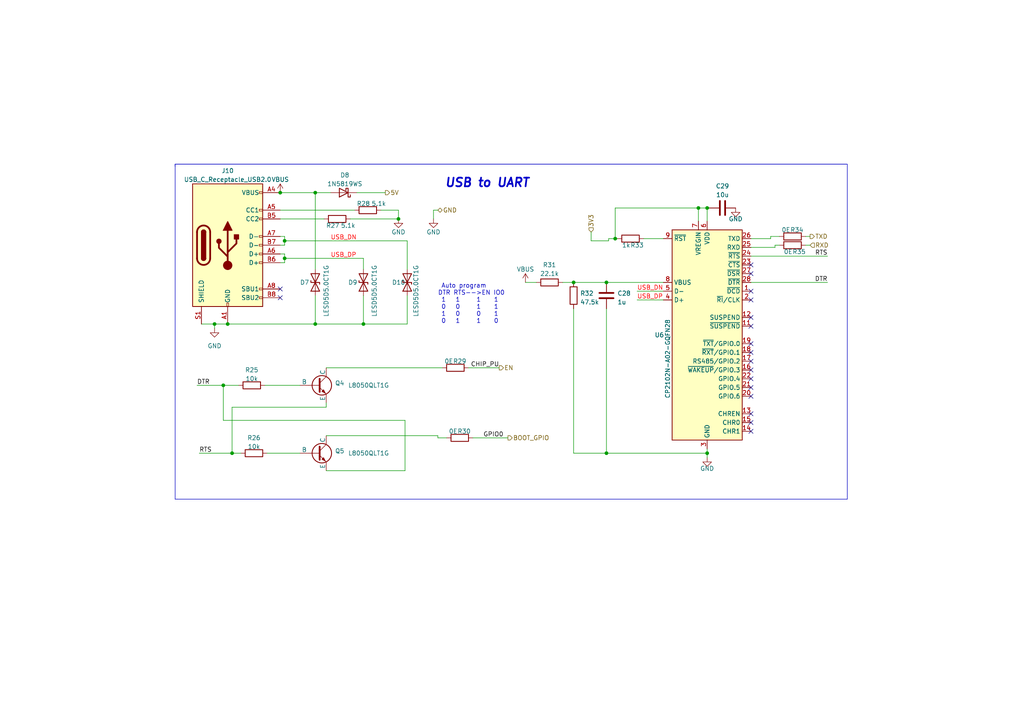
<source format=kicad_sch>
(kicad_sch (version 20250114) (generator "eeschema") (generator_version "9.0")
  (paper "A4")
  (lib_symbols
    (symbol "Connector:USB_C_Receptacle_USB2.0" (pin_names (offset 1.016))
      (property "Reference" "J" (at -10.16 19.05 0))
      (property "Value" "USB_C_Receptacle_USB2.0" (at 19.05 19.05 0))
      (symbol "USB_C_Receptacle_USB2.0_0_0"
        (rectangle (start -0.254 -17.78) (end 0.254 -16.764))
        (rectangle (start 10.16 15.494) (end 9.144 14.986))
        (rectangle (start 10.16 10.414) (end 9.144 9.906))
        (rectangle (start 10.16 7.874) (end 9.144 7.366))
        (rectangle (start 10.16 2.794) (end 9.144 2.286))
        (rectangle (start 10.16 0.254) (end 9.144 -0.254))
        (rectangle (start 10.16 -2.286) (end 9.144 -2.794))
        (rectangle (start 10.16 -4.826) (end 9.144 -5.334))
        (rectangle (start 10.16 -12.446) (end 9.144 -12.954))
        (rectangle (start 10.16 -14.986) (end 9.144 -15.494))
      )
      (symbol "USB_C_Receptacle_USB2.0_0_1"
        (rectangle (start -10.16 17.78) (end 10.16 -17.78) (stroke (width 0.254)) (fill (type background)))
        (polyline (pts (xy -8.89 -3.81) (xy -8.89 3.81)) (stroke (width 0.508)))
        (rectangle (start -7.62 -3.81) (end -6.35 3.81) (stroke (width 0.254)) (fill (type outline)))
        (arc (start -7.62 3.81) (mid -6.985 4.4423) (end -6.35 3.81) (stroke (width 0.254)))
        (arc (start -7.62 3.81) (mid -6.985 4.4423) (end -6.35 3.81) (stroke (width 0.254)) (fill (type outline)))
        (arc (start -8.89 3.81) (mid -6.985 5.7067) (end -5.08 3.81) (stroke (width 0.508)))
        (arc (start -5.08 -3.81) (mid -6.985 -5.7067) (end -8.89 -3.81) (stroke (width 0.508)))
        (arc (start -6.35 -3.81) (mid -6.985 -4.4423) (end -7.62 -3.81) (stroke (width 0.254)))
        (arc (start -6.35 -3.81) (mid -6.985 -4.4423) (end -7.62 -3.81) (stroke (width 0.254)) (fill (type outline)))
        (polyline (pts (xy -5.08 3.81) (xy -5.08 -3.81)) (stroke (width 0.508)))
        (circle (center -2.54 1.143) (radius 0.635) (stroke (width 0.254)) (fill (type outline)))
        (polyline (pts (xy -1.27 4.318) (xy 0 6.858) (xy 1.27 4.318) (xy -1.27 4.318)) (stroke (width 0.254)) (fill (type outline)))
        (polyline (pts (xy 0 -2.032) (xy 2.54 0.508) (xy 2.54 1.778)) (stroke (width 0.508)))
        (polyline (pts (xy 0 -3.302) (xy -2.54 -0.762) (xy -2.54 0.508)) (stroke (width 0.508)))
        (polyline (pts (xy 0 -5.842) (xy 0 4.318)) (stroke (width 0.508)))
        (circle (center 0 -5.842) (radius 1.27) (fill (type outline)))
        (rectangle (start 1.905 1.778) (end 3.175 3.048) (stroke (width 0.254)) (fill (type outline)))
      )
      (symbol "USB_C_Receptacle_USB2.0_1_1"
        (pin passive line (at -7.62 -22.86 90) (length 5.08) (name "SHIELD") (number "S1"))
        (pin passive line (at 0 -22.86 90) (length 5.08) (name "GND") (number "A1"))
        (pin passive line (at 0 -22.86 90) (length 5.08) (hide yes) (name "GND") (number "A12"))
        (pin passive line (at 0 -22.86 90) (length 5.08) (hide yes) (name "GND") (number "B1"))
        (pin passive line (at 0 -22.86 90) (length 5.08) (hide yes) (name "GND") (number "B12"))
        (pin passive line (at 15.24 15.24 180) (length 5.08) (name "VBUS") (number "A4"))
        (pin passive line (at 15.24 15.24 180) (length 5.08) (hide yes) (name "VBUS") (number "A9"))
        (pin passive line (at 15.24 15.24 180) (length 5.08) (hide yes) (name "VBUS") (number "B4"))
        (pin passive line (at 15.24 15.24 180) (length 5.08) (hide yes) (name "VBUS") (number "B9"))
        (pin bidirectional line (at 15.24 10.16 180) (length 5.08) (name "CC1") (number "A5"))
        (pin bidirectional line (at 15.24 7.62 180) (length 5.08) (name "CC2") (number "B5"))
        (pin bidirectional line (at 15.24 2.54 180) (length 5.08) (name "D-") (number "A7"))
        (pin bidirectional line (at 15.24 0 180) (length 5.08) (name "D-") (number "B7"))
        (pin bidirectional line (at 15.24 -2.54 180) (length 5.08) (name "D+") (number "A6"))
        (pin bidirectional line (at 15.24 -5.08 180) (length 5.08) (name "D+") (number "B6"))
        (pin bidirectional line (at 15.24 -12.7 180) (length 5.08) (name "SBU1") (number "A8"))
        (pin bidirectional line (at 15.24 -15.24 180) (length 5.08) (name "SBU2") (number "B8"))
      )
    )
    (symbol "Device:C" (pin_numbers (hide yes)) (pin_names (offset 0.254))
      (property "Reference" "C" (at 0.635 2.54 0))
      (property "Value" "C" (at 0.635 -2.54 0))
      (symbol "C_0_1"
        (polyline (pts (xy -2.032 0.762) (xy 2.032 0.762)) (stroke (width 0.508)))
        (polyline (pts (xy -2.032 -0.762) (xy 2.032 -0.762)) (stroke (width 0.508)))
      )
      (symbol "C_1_1"
        (pin passive line (at 0 3.81 270) (length 2.794) (name "~") (number "1"))
        (pin passive line (at 0 -3.81 90) (length 2.794) (name "~") (number "2"))
      )
    )
    (symbol "Device:D_Schottky" (pin_numbers (hide yes)) (pin_names (offset 1.016) (hide yes))
      (property "Reference" "D" (at 0 2.54 0))
      (property "Value" "D_Schottky" (at 0 -2.54 0))
      (symbol "D_Schottky_0_1"
        (polyline (pts (xy -1.905 0.635) (xy -1.905 1.27) (xy -1.27 1.27) (xy -1.27 -1.27) (xy -0.635 -1.27) (xy -0.635 -0.635)) (stroke (width 0.254)))
        (polyline (pts (xy 1.27 1.27) (xy 1.27 -1.27) (xy -1.27 0) (xy 1.27 1.27)) (stroke (width 0.254)))
        (polyline (pts (xy 1.27 0) (xy -1.27 0)))
      )
      (symbol "D_Schottky_1_1"
        (pin passive line (at -3.81 0 0) (length 2.54) (name "K") (number "1"))
        (pin passive line (at 3.81 0 180) (length 2.54) (name "A") (number "2"))
      )
    )
    (symbol "Device:D_TVS" (pin_numbers (hide yes)) (pin_names (offset 1.016) (hide yes))
      (property "Reference" "D" (at 0 2.54 0))
      (property "Value" "D_TVS" (at 0 -2.54 0))
      (symbol "D_TVS_0_1"
        (polyline (pts (xy -2.54 1.27) (xy -2.54 -1.27) (xy 2.54 1.27) (xy 2.54 -1.27) (xy -2.54 1.27)) (stroke (width 0.254)))
        (polyline (pts (xy 0.508 1.27) (xy 0 1.27) (xy 0 -1.27) (xy -0.508 -1.27)) (stroke (width 0.254)))
        (polyline (pts (xy 1.27 0) (xy -1.27 0)))
      )
      (symbol "D_TVS_1_1"
        (pin passive line (at -3.81 0 0) (length 2.54) (name "A1") (number "1"))
        (pin passive line (at 3.81 0 180) (length 2.54) (name "A2") (number "2"))
      )
    )
    (symbol "Device:R" (pin_numbers (hide yes)) (pin_names (offset 0))
      (property "Reference" "R" (at 2.032 0 90))
      (property "Value" "R" (at 0 0 90))
      (symbol "R_0_1"
        (rectangle (start -1.016 -2.54) (end 1.016 2.54) (stroke (width 0.254)))
      )
      (symbol "R_1_1"
        (pin passive line (at 0 3.81 270) (length 1.27) (name "~") (number "1"))
        (pin passive line (at 0 -3.81 90) (length 1.27) (name "~") (number "2"))
      )
    )
    (symbol "Interface_USB:CP2102N-Axx-xQFN28"
      (property "Reference" "U" (at -8.89 31.75 0))
      (property "Value" "CP2102N-Axx-xQFN28" (at 12.7 31.75 0))
      (symbol "CP2102N-Axx-xQFN28_0_1"
        (rectangle (start -10.16 30.48) (end 10.16 -30.48) (stroke (width 0.254)) (fill (type background)))
      )
      (symbol "CP2102N-Axx-xQFN28_1_1"
        (pin input line (at -12.7 27.94 0) (length 2.54) (name "~{RST}") (number "9"))
        (pin input line (at -12.7 15.24 0) (length 2.54) (name "VBUS") (number "8"))
        (pin bidirectional line (at -12.7 12.7 0) (length 2.54) (name "D-") (number "5"))
        (pin bidirectional line (at -12.7 10.16 0) (length 2.54) (name "D+") (number "4"))
        (pin no_connect line (at -10.16 -27.94 0) (length 2.54) (hide yes) (name "NC") (number "10"))
        (pin power_in line (at -2.54 33.02 270) (length 2.54) (name "VREGIN") (number "7"))
        (pin power_in line (at 0 33.02 270) (length 2.54) (name "VDD") (number "6"))
        (pin passive line (at 0 -33.02 90) (length 2.54) (hide yes) (name "GND") (number "29"))
        (pin power_in line (at 0 -33.02 90) (length 2.54) (name "GND") (number "3"))
        (pin output line (at 12.7 27.94 180) (length 2.54) (name "TXD") (number "26"))
        (pin input line (at 12.7 25.4 180) (length 2.54) (name "RXD") (number "25"))
        (pin output line (at 12.7 22.86 180) (length 2.54) (name "~{RTS}") (number "24"))
        (pin input line (at 12.7 20.32 180) (length 2.54) (name "~{CTS}") (number "23"))
        (pin input line (at 12.7 17.78 180) (length 2.54) (name "~{DSR}") (number "27"))
        (pin output line (at 12.7 15.24 180) (length 2.54) (name "~{DTR}") (number "28"))
        (pin input line (at 12.7 12.7 180) (length 2.54) (name "~{DCD}") (number "1"))
        (pin bidirectional line (at 12.7 10.16 180) (length 2.54) (name "~{RI}/CLK") (number "2"))
        (pin output line (at 12.7 5.08 180) (length 2.54) (name "SUSPEND") (number "12"))
        (pin output line (at 12.7 2.54 180) (length 2.54) (name "~{SUSPEND}") (number "11"))
        (pin bidirectional line (at 12.7 -2.54 180) (length 2.54) (name "~{TXT}/GPIO.0") (number "19"))
        (pin bidirectional line (at 12.7 -5.08 180) (length 2.54) (name "~{RXT}/GPIO.1") (number "18"))
        (pin bidirectional line (at 12.7 -7.62 180) (length 2.54) (name "RS485/GPIO.2") (number "17"))
        (pin bidirectional line (at 12.7 -10.16 180) (length 2.54) (name "~{WAKEUP}/GPIO.3") (number "16"))
        (pin bidirectional line (at 12.7 -12.7 180) (length 2.54) (name "GPIO.4") (number "22"))
        (pin bidirectional line (at 12.7 -15.24 180) (length 2.54) (name "GPIO.5") (number "21"))
        (pin bidirectional line (at 12.7 -17.78 180) (length 2.54) (name "GPIO.6") (number "20"))
        (pin output line (at 12.7 -22.86 180) (length 2.54) (name "CHREN") (number "13"))
        (pin output line (at 12.7 -25.4 180) (length 2.54) (name "CHR0") (number "15"))
        (pin output line (at 12.7 -27.94 180) (length 2.54) (name "CHR1") (number "14"))
      )
    )
    (symbol "NPN_1" (pin_numbers (hide yes)) (pin_names (offset 0))
      (property "Reference" "Q2" (at 5.08 0.635 0))
      (property "Value" "L8050QLT1G" (at 8.89 0 0))
      (symbol "NPN_1_0_1"
        (polyline (pts (xy -2.54 0) (xy 0.635 0)) (stroke (width 0.1524)))
        (polyline (pts (xy 0.635 1.905) (xy 0.635 -1.905) (xy 0.635 -1.905)) (stroke (width 0.508)))
        (polyline (pts (xy 0.635 0.635) (xy 2.54 2.54)))
        (polyline (pts (xy 0.635 -0.635) (xy 2.54 -2.54) (xy 2.54 -2.54)))
        (circle (center 1.27 0) (radius 2.8194) (stroke (width 0.254)))
        (polyline (pts (xy 1.27 -1.778) (xy 1.778 -1.27) (xy 2.286 -2.286) (xy 1.27 -1.778) (xy 1.27 -1.778)) (fill (type outline)))
        (polyline (pts (xy 2.794 -1.27) (xy 2.794 -1.27)) (stroke (width 0.1524)))
        (polyline (pts (xy 2.794 -1.27) (xy 2.794 -1.27)) (stroke (width 0.1524)))
      )
      (symbol "NPN_1_1_1"
        (pin input line (at -5.08 0 0) (length 2.54) (name "B") (number "1"))
        (pin open_collector line (at 2.54 5.08 270) (length 2.54) (name "C") (number "3"))
        (pin open_emitter line (at 2.54 -5.08 90) (length 2.54) (name "E") (number "2"))
      )
    )
    (symbol "power:GND" (power) (pin_names (offset 0))
      (property "Value" "GND" (at 0 -3.81 0))
      (symbol "GND_0_1"
        (polyline (pts (xy 0 0) (xy 0 -1.27) (xy 1.27 -1.27) (xy 0 -2.54) (xy -1.27 -1.27) (xy 0 -1.27)))
      )
      (symbol "GND_1_1"
        (pin power_in line (at 0 0 270) (length 0) (hide yes) (name "GND") (number "1"))
      )
    )
    (symbol "power:VBUS" (power) (pin_names (offset 0))
      (property "Value" "VBUS" (at 0 3.81 0))
      (symbol "VBUS_0_1"
        (polyline (pts (xy -0.762 1.27) (xy 0 2.54)))
        (polyline (pts (xy 0 2.54) (xy 0.762 1.27)))
        (polyline (pts (xy 0 0) (xy 0 2.54)))
      )
      (symbol "VBUS_1_1"
        (pin power_in line (at 0 0 90) (length 0) (hide yes) (name "VBUS") (number "1"))
      )
    )
  )
  (text " Auto program\nDTR RTS-->EN IO0\n 1   1     1    1\n 0   0     1    1\n 1   0     0    1\n 0   1     1    0 " (at 127 93.98 0) (effects (font (size 1.27 1.27)) (justify left bottom)))
  (text "USB to UART" (at 128.905 54.61 0) (effects (font (size 2.5 2.5) (thickness 0.5) (bold yes) (italic yes)) (justify left bottom)))
  (junction (at 175.895 131.445))
  (junction (at 178.435 69.215))
  (junction (at 64.77 111.76))
  (junction (at 175.895 81.915))
  (junction (at 67.31 131.445))
  (junction (at 82.55 74.93))
  (junction (at 205.105 131.445))
  (junction (at 166.37 81.915))
  (junction (at 105.41 93.98))
  (junction (at 202.565 60.325))
  (junction (at 82.55 69.85))
  (junction (at 115.57 63.5))
  (junction (at 66.04 93.98))
  (junction (at 91.44 55.88))
  (junction (at 91.44 93.98))
  (junction (at 81.28 55.88))
  (junction (at 205.105 60.325))
  (junction (at 62.23 93.98))
  (no_connect (at 217.805 122.555))
  (no_connect (at 217.805 114.935))
  (no_connect (at 217.805 107.315))
  (no_connect (at 217.805 86.995))
  (no_connect (at 217.805 120.015))
  (no_connect (at 217.805 102.235))
  (no_connect (at 217.805 84.455))
  (no_connect (at 81.28 83.82))
  (no_connect (at 217.805 79.375))
  (no_connect (at 217.805 76.835))
  (no_connect (at 217.805 94.615))
  (no_connect (at 81.28 86.36))
  (no_connect (at 217.805 112.395))
  (no_connect (at 217.805 104.775))
  (no_connect (at 217.805 92.075))
  (no_connect (at 217.805 125.095))
  (no_connect (at 217.805 109.855))
  (no_connect (at 217.805 99.695))
  (wire (pts (xy 127 127) (xy 129.54 127)))
  (wire (pts (xy 103.505 55.88) (xy 111.76 55.88)))
  (wire (pts (xy 125.73 63.5) (xy 125.73 60.96)))
  (wire (pts (xy 175.895 89.535) (xy 175.895 131.445)))
  (wire (pts (xy 105.41 78.105) (xy 105.41 74.93)))
  (wire (pts (xy 91.44 85.725) (xy 91.44 93.98)))
  (wire (pts (xy 91.44 55.88) (xy 91.44 78.105)))
  (wire (pts (xy 91.44 93.98) (xy 105.41 93.98)))
  (wire (pts (xy 105.41 85.725) (xy 105.41 93.98)))
  (wire (pts (xy 82.55 74.93) (xy 105.41 74.93)))
  (wire (pts (xy 64.77 111.76) (xy 69.215 111.76)))
  (polyline (pts (xy 50.8 47.625) (xy 50.8 48.26)))
  (wire (pts (xy 166.37 81.915) (xy 175.895 81.915)))
  (wire (pts (xy 57.15 111.76) (xy 64.77 111.76)))
  (wire (pts (xy 171.45 69.85) (xy 176.53 69.85)))
  (wire (pts (xy 224.79 71.755) (xy 217.805 71.755)))
  (wire (pts (xy 137.16 127) (xy 147.32 127)))
  (wire (pts (xy 76.835 111.76) (xy 86.995 111.76)))
  (wire (pts (xy 64.77 121.92) (xy 64.77 111.76)))
  (wire (pts (xy 166.37 89.535) (xy 166.37 131.445)))
  (polyline (pts (xy 245.745 144.78) (xy 51.435 144.78)))
  (wire (pts (xy 205.105 131.445) (xy 205.105 132.715)))
  (wire (pts (xy 178.435 69.215) (xy 179.07 69.215)))
  (wire (pts (xy 233.68 71.12) (xy 234.95 71.12)))
  (wire (pts (xy 81.28 71.12) (xy 82.55 71.12)))
  (wire (pts (xy 82.55 69.85) (xy 118.11 69.85)))
  (wire (pts (xy 82.55 68.58) (xy 82.55 69.85)))
  (wire (pts (xy 118.11 69.85) (xy 118.11 78.105)))
  (wire (pts (xy 82.55 69.85) (xy 82.55 71.12)))
  (polyline (pts (xy 245.745 47.625) (xy 245.745 144.78)))
  (polyline (pts (xy 50.8 47.625) (xy 50.8 47.625)))
  (wire (pts (xy 57.785 131.445) (xy 67.31 131.445)))
  (wire (pts (xy 77.47 131.445) (xy 86.995 131.445)))
  (wire (pts (xy 176.53 69.85) (xy 176.53 69.215)))
  (wire (pts (xy 81.28 68.58) (xy 82.55 68.58)))
  (wire (pts (xy 202.565 60.325) (xy 205.105 60.325)))
  (wire (pts (xy 217.805 74.295) (xy 240.03 74.295)))
  (polyline (pts (xy 50.8 144.78) (xy 51.435 144.78)))
  (wire (pts (xy 127 127) (xy 127 126.365)))
  (wire (pts (xy 82.55 74.93) (xy 82.55 76.2)))
  (wire (pts (xy 166.37 131.445) (xy 175.895 131.445)))
  (wire (pts (xy 171.45 67.31) (xy 171.45 69.85)))
  (polyline (pts (xy 50.8 47.625) (xy 50.8 144.78)))
  (wire (pts (xy 223.52 68.58) (xy 223.52 69.215)))
  (wire (pts (xy 118.11 85.725) (xy 118.11 93.98)))
  (wire (pts (xy 175.895 131.445) (xy 205.105 131.445)))
  (wire (pts (xy 117.475 136.525) (xy 117.475 121.92)))
  (wire (pts (xy 81.28 55.88) (xy 91.44 55.88)))
  (wire (pts (xy 67.31 118.11) (xy 67.31 131.445)))
  (wire (pts (xy 105.41 93.98) (xy 118.11 93.98)))
  (wire (pts (xy 91.44 55.88) (xy 95.885 55.88)))
  (wire (pts (xy 66.04 93.98) (xy 91.44 93.98)))
  (polyline (pts (xy 50.8 47.625) (xy 245.745 47.625)))
  (wire (pts (xy 175.895 81.915) (xy 192.405 81.915)))
  (wire (pts (xy 205.105 131.445) (xy 205.105 130.175)))
  (wire (pts (xy 94.615 106.68) (xy 128.27 106.68)))
  (wire (pts (xy 117.475 121.92) (xy 64.77 121.92)))
  (wire (pts (xy 81.28 60.96) (xy 102.87 60.96)))
  (wire (pts (xy 62.23 93.98) (xy 66.04 93.98)))
  (wire (pts (xy 110.49 60.96) (xy 115.57 60.96)))
  (wire (pts (xy 82.55 76.2) (xy 81.28 76.2)))
  (wire (pts (xy 115.57 60.96) (xy 115.57 63.5)))
  (wire (pts (xy 82.55 73.66) (xy 82.55 74.93)))
  (wire (pts (xy 135.89 106.68) (xy 144.78 106.68)))
  (wire (pts (xy 184.785 84.455) (xy 192.405 84.455)))
  (wire (pts (xy 94.615 118.11) (xy 67.31 118.11)))
  (wire (pts (xy 205.105 64.135) (xy 205.105 60.325)))
  (wire (pts (xy 152.4 81.915) (xy 155.575 81.915)))
  (wire (pts (xy 233.68 68.58) (xy 234.95 68.58)))
  (wire (pts (xy 58.42 93.98) (xy 62.23 93.98)))
  (wire (pts (xy 178.435 69.215) (xy 178.435 60.325)))
  (wire (pts (xy 67.31 131.445) (xy 69.85 131.445)))
  (wire (pts (xy 186.69 69.215) (xy 192.405 69.215)))
  (wire (pts (xy 94.615 116.84) (xy 94.615 118.11)))
  (wire (pts (xy 223.52 69.215) (xy 217.805 69.215)))
  (wire (pts (xy 127 126.365) (xy 94.615 126.365)))
  (wire (pts (xy 101.6 63.5) (xy 115.57 63.5)))
  (wire (pts (xy 224.79 71.12) (xy 226.06 71.12)))
  (wire (pts (xy 184.785 86.995) (xy 192.405 86.995)))
  (wire (pts (xy 217.805 81.915) (xy 240.03 81.915)))
  (wire (pts (xy 81.28 73.66) (xy 82.55 73.66)))
  (wire (pts (xy 94.615 136.525) (xy 117.475 136.525)))
  (wire (pts (xy 223.52 68.58) (xy 226.06 68.58)))
  (polyline (pts (xy 50.8 47.625) (xy 245.745 47.625)))
  (wire (pts (xy 125.73 60.96) (xy 127 60.96)))
  (wire (pts (xy 176.53 69.215) (xy 178.435 69.215)))
  (wire (pts (xy 62.23 95.25) (xy 62.23 93.98)))
  (wire (pts (xy 163.195 81.915) (xy 166.37 81.915)))
  (wire (pts (xy 81.28 63.5) (xy 93.98 63.5)))
  (wire (pts (xy 224.79 71.12) (xy 224.79 71.755)))
  (wire (pts (xy 205.105 60.325) (xy 205.74 60.325)))
  (wire (pts (xy 202.565 64.135) (xy 202.565 60.325)))
  (wire (pts (xy 178.435 60.325) (xy 202.565 60.325)))
  (label "GPIO0" (at 146.05 127 180))
  (label "USB_DP" (at 95.885 74.93 0))
  (label "DTR" (at 240.03 81.915 180))
  (label "RTS" (at 57.785 131.445 0))
  (label "DTR" (at 57.15 111.76 0))
  (label "USB_DP" (at 184.785 86.995 0))
  (label "USB_DN" (at 95.885 69.85 0))
  (label "USB_DN" (at 184.785 84.455 0))
  (label "CHIP_PU" (at 144.78 106.68 180))
  (label "RTS" (at 240.03 74.295 180))
  (hierarchical_label "3V3" (shape input) (at 171.45 67.31 90))
  (hierarchical_label "GND" (shape bidirectional) (at 127 60.96 0))
  (hierarchical_label "5V" (shape output) (at 111.76 55.88 0))
  (hierarchical_label "RXD" (shape input) (at 234.95 71.12 0))
  (hierarchical_label "BOOT_GPIO" (shape output) (at 147.32 127 0))
  (hierarchical_label "TXD" (shape output) (at 234.95 68.58 0))
  (hierarchical_label "EN" (shape output) (at 144.78 106.68 0))
  (symbol (lib_id "power:GND") (at 125.73 63.5 0) (unit 1)
    (property "Reference" "#PWR053" (effects (hide yes)))
    (property "Value" "GND" (at 125.73 67.31 0))
  )
  (symbol (lib_id "power:VBUS") (at 81.28 55.88 0) (unit 1)
    (property "Reference" "#PWR043" (effects (hide yes)))
    (property "Value" "VBUS" (at 81.28 52.07 0))
  )
  (symbol (lib_id "power:GND") (at 205.105 132.715 0) (unit 1)
    (property "Reference" "#PWR051" (effects (hide yes)))
    (property "Value" "GND" (at 205.105 135.89 0))
  )
  (symbol (lib_id "power:GND") (at 115.57 63.5 0) (unit 1)
    (property "Reference" "#PWR046" (effects (hide yes)))
    (property "Value" "GND" (at 115.57 67.31 0))
  )
  (symbol (lib_id "Interface_USB:CP2102N-Axx-xQFN28") (at 205.105 97.155 0) (unit 1)
    (property "Reference" "U6" (at 189.865 97.155 0) (effects (justify left)))
    (property "Value" "CP2102N-A02-GQFN28" (at 193.675 115.57 90) (effects (justify left)))
    (property "Footprint" "Package_DFN_QFN:QFN-28-1EP_5x5mm_P0.5mm_EP3.35x3.35mm" (effects (hide yes)))
    (property "Datasheet" "https://www.silabs.com/documents/public/data-sheets/cp2102n-datasheet.pdf" (effects (hide yes)))
    (property "LCSC Part #" "C964632" (effects (hide yes)))
  )
  (symbol (lib_id "Device:R") (at 133.35 127 90) (unit 1)
    (property "Reference" "R30" (at 134.62 125.095 90))
    (property "Value" "0E" (at 131.445 125.095 90))
    (property "Footprint" "Resistor_SMD:R_0402_1005Metric" (effects (hide yes)))
    (property "LCSC Part #" "C17168" (effects (hide yes)))
  )
  (symbol (lib_id "Device:R") (at 73.025 111.76 90) (unit 1)
    (property "Reference" "R25" (at 73.025 107.315 90))
    (property "Value" "10k" (at 73.025 109.855 90))
    (property "Footprint" "Resistor_SMD:R_0402_1005Metric" (effects (hide yes)))
    (property "LCSC Part #" "C25744" (effects (hide yes)))
  )
  (symbol (lib_name "NPN_1") (lib_id "Simulation_SPICE:NPN") (at 92.075 111.76 0) (unit 1)
    (property "Reference" "Q4" (at 97.155 111.125 0) (effects (justify left)))
    (property "Value" "L8050QLT1G" (at 100.965 111.76 0) (effects (justify left)))
    (property "Footprint" "Package_TO_SOT_SMD:SOT-23" (effects (hide yes)))
    (property "LCSC Part #" "C49581" (effects (hide yes)))
  )
  (symbol (lib_id "Device:R") (at 229.87 68.58 90) (unit 1)
    (property "Reference" "R34" (at 231.14 66.675 90))
    (property "Value" "0E" (at 227.965 66.675 90))
    (property "Footprint" "Resistor_SMD:R_0402_1005Metric" (effects (hide yes)))
    (property "LCSC Part #" "C17168" (effects (hide yes)))
  )
  (symbol (lib_id "Device:C") (at 175.895 85.725 0) (unit 1)
    (property "Reference" "C28" (at 179.07 85.09 0) (effects (justify left)))
    (property "Value" "1u" (at 179.07 87.63 0) (effects (justify left)))
    (property "Footprint" "Capacitor_SMD:C_0402_1005Metric" (effects (hide yes)))
    (property "LCSC Part #" "C52923" (effects (hide yes)))
  )
  (symbol (lib_id "Device:R") (at 73.66 131.445 90) (unit 1)
    (property "Reference" "R26" (at 73.66 127 90))
    (property "Value" "10k" (at 73.66 129.54 90))
    (property "Footprint" "Resistor_SMD:R_0402_1005Metric" (effects (hide yes)))
    (property "LCSC Part #" "C25744" (effects (hide yes)))
  )
  (symbol (lib_id "power:GND") (at 62.23 95.25 0) (unit 1)
    (property "Reference" "#PWR050" (effects (hide yes)))
    (property "Value" "GND" (at 62.23 100.33 0))
  )
  (symbol (lib_id "Connector:USB_C_Receptacle_USB2.0") (at 66.04 71.12 0) (unit 1)
    (property "Reference" "J10" (at 66.04 49.53 0))
    (property "Value" "USB_C_Receptacle_USB2.0" (at 66.04 52.07 0))
    (property "Footprint" "Connector_USB:USB_C_Receptacle_HRO_TYPE-C-31-M-12" (effects (hide yes)))
    (property "Datasheet" "https://www.usb.org/sites/default/files/documents/usb_type-c.zip" (effects (hide yes)))
    (property "LCSC Part #" "C165948" (effects (hide yes)))
  )
  (symbol (lib_id "Device:R") (at 166.37 85.725 180) (unit 1)
    (property "Reference" "R32" (at 168.275 85.09 0) (effects (justify right)))
    (property "Value" "47.5k" (at 168.275 87.63 0) (effects (justify right)))
    (property "Footprint" "Resistor_SMD:R_0402_1005Metric" (effects (hide yes)))
    (property "LCSC Part #" "C25896" (effects (hide yes)))
  )
  (symbol (lib_id "Device:R") (at 182.88 69.215 90) (unit 1)
    (property "Reference" "R33" (at 184.785 71.12 90))
    (property "Value" "1k" (at 181.61 71.12 90))
    (property "Footprint" "Resistor_SMD:R_0402_1005Metric" (effects (hide yes)))
    (property "LCSC Part #" "C11702" (effects (hide yes)))
  )
  (symbol (lib_id "Device:D_Schottky") (at 99.695 55.88 180) (unit 1)
    (property "Reference" "D8" (at 100.0125 50.8 0))
    (property "Value" "1N5819WS" (at 100.0125 53.34 0))
    (property "Footprint" "Diode_SMD:D_SOD-323" (effects (hide yes)))
    (property "LCSC Part #" "C191023" (effects (hide yes)))
  )
  (symbol (lib_id "Device:D_TVS") (at 118.11 81.915 90) (unit 1)
    (property "Reference" "D10" (at 113.665 81.915 90) (effects (justify right)))
    (property "Value" "LESD5D5.0CT1G" (at 120.65 76.835 0) (effects (justify right)))
    (property "Footprint" "Diode_SMD:D_SOD-523" (effects (hide yes)))
    (property "Datasheet" "https://datasheet.lcsc.com/lcsc/2210171730_UMW-Youtai-Semiconductor-Co---Ltd--LESD5D5-0CT1G_C5199850.pdf" (effects (hide yes)))
    (property "LCSC Part #" "C5199850" (effects (hide yes)))
  )
  (symbol (lib_id "Device:C") (at 209.55 60.325 90) (unit 1)
    (property "Reference" "C29" (at 209.55 53.975 90))
    (property "Value" "10u" (at 209.55 56.515 90))
    (property "Footprint" "Capacitor_SMD:C_0603_1608Metric" (effects (hide yes)))
    (property "LCSC Part #" "C96446" (effects (hide yes)))
  )
  (symbol (lib_id "Device:R") (at 97.79 63.5 90) (unit 1)
    (property "Reference" "R27" (at 96.52 65.405 90))
    (property "Value" "5.1k" (at 100.965 65.405 90))
    (property "Footprint" "Resistor_SMD:R_0201_0603Metric" (effects (hide yes)))
    (property "LCSC Part #" "C226588" (effects (hide yes)))
  )
  (symbol (lib_id "Device:D_TVS") (at 91.44 81.915 90) (unit 1)
    (property "Reference" "D7" (at 86.995 81.915 90) (effects (justify right)))
    (property "Value" "LESD5D5.0CT1G" (at 94.615 76.835 0) (effects (justify right)))
    (property "Footprint" "Diode_SMD:D_SOD-523" (effects (hide yes)))
    (property "Datasheet" "https://datasheet.lcsc.com/lcsc/2210171730_UMW-Youtai-Semiconductor-Co---Ltd--LESD5D5-0CT1G_C5199850.pdf" (effects (hide yes)))
    (property "LCSC Part #" "C5199850" (effects (hide yes)))
  )
  (symbol (lib_id "Device:R") (at 106.68 60.96 90) (unit 1)
    (property "Reference" "R28" (at 105.41 59.055 90))
    (property "Value" "5.1k" (at 109.855 59.055 90))
    (property "Footprint" "Resistor_SMD:R_0201_0603Metric" (effects (hide yes)))
    (property "LCSC Part #" "C226588" (effects (hide yes)))
  )
  (symbol (lib_id "Device:R") (at 159.385 81.915 90) (unit 1)
    (property "Reference" "R31" (at 159.385 76.835 90))
    (property "Value" "22.1k" (at 159.385 79.375 90))
    (property "Footprint" "Resistor_SMD:R_0402_1005Metric" (effects (hide yes)))
    (property "LCSC Part #" "C423296" (effects (hide yes)))
  )
  (symbol (lib_id "power:VBUS") (at 152.4 81.915 0) (unit 1)
    (property "Reference" "#PWR047" (effects (hide yes)))
    (property "Value" "VBUS" (at 152.4 78.105 0))
  )
  (symbol (lib_id "Device:R") (at 229.87 71.12 90) (unit 1)
    (property "Reference" "R35" (at 231.775 73.025 90))
    (property "Value" "0E" (at 228.6 73.025 90))
    (property "Footprint" "Resistor_SMD:R_0402_1005Metric" (effects (hide yes)))
    (property "LCSC Part #" "C17168" (effects (hide yes)))
  )
  (symbol (lib_name "NPN_1") (lib_id "Simulation_SPICE:NPN") (at 92.075 131.445 0) (unit 1)
    (property "Reference" "Q5" (at 97.155 130.81 0) (effects (justify left)))
    (property "Value" "L8050QLT1G" (at 100.965 131.445 0) (effects (justify left)))
    (property "Footprint" "Package_TO_SOT_SMD:SOT-23" (effects (hide yes)))
    (property "LCSC Part #" "C49581" (effects (hide yes)))
  )
  (symbol (lib_id "Device:D_TVS") (at 105.41 81.915 90) (unit 1)
    (property "Reference" "D9" (at 100.965 81.915 90) (effects (justify right)))
    (property "Value" "LESD5D5.0CT1G" (at 108.585 76.835 0) (effects (justify right)))
    (property "Footprint" "Diode_SMD:D_SOD-523" (effects (hide yes)))
    (property "Datasheet" "https://datasheet.lcsc.com/lcsc/2210171730_UMW-Youtai-Semiconductor-Co---Ltd--LESD5D5-0CT1G_C5199850.pdf" (effects (hide yes)))
    (property "LCSC Part #" "C5199850" (effects (hide yes)))
  )
  (symbol (lib_id "power:GND") (at 213.36 60.325 0) (unit 1)
    (property "Reference" "#PWR052" (effects (hide yes)))
    (property "Value" "GND" (at 213.36 63.5 0))
  )
  (symbol (lib_id "Device:R") (at 132.08 106.68 90) (unit 1)
    (property "Reference" "R29" (at 133.35 104.775 90))
    (property "Value" "0E" (at 130.175 104.775 90))
    (property "Footprint" "Resistor_SMD:R_0402_1005Metric" (effects (hide yes)))
    (property "LCSC Part #" "C17168" (effects (hide yes)))
  )
)
</source>
